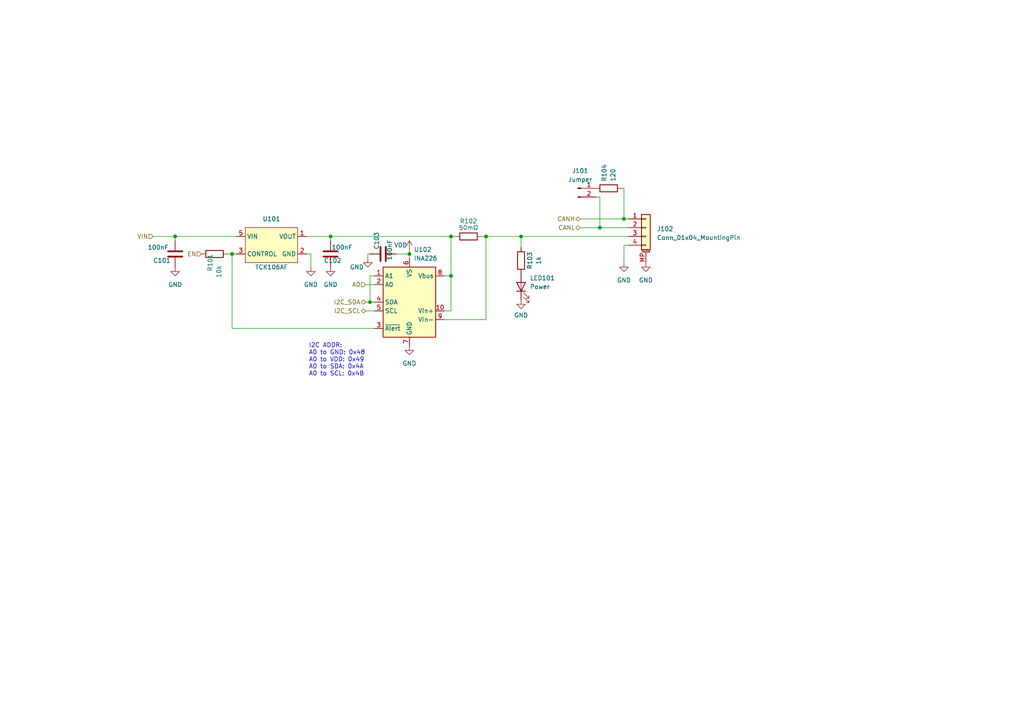
<source format=kicad_sch>
(kicad_sch
	(version 20231120)
	(generator "eeschema")
	(generator_version "8.0")
	(uuid "d339b9d8-51a7-460e-bb19-8d8c25d3e2aa")
	(paper "A4")
	(lib_symbols
		(symbol "Connector:Conn_01x02_Pin"
			(pin_names
				(offset 1.016) hide)
			(exclude_from_sim no)
			(in_bom yes)
			(on_board yes)
			(property "Reference" "J"
				(at 0 2.54 0)
				(effects
					(font
						(size 1.27 1.27)
					)
				)
			)
			(property "Value" "Conn_01x02_Pin"
				(at 0 -5.08 0)
				(effects
					(font
						(size 1.27 1.27)
					)
				)
			)
			(property "Footprint" ""
				(at 0 0 0)
				(effects
					(font
						(size 1.27 1.27)
					)
					(hide yes)
				)
			)
			(property "Datasheet" "~"
				(at 0 0 0)
				(effects
					(font
						(size 1.27 1.27)
					)
					(hide yes)
				)
			)
			(property "Description" "Generic connector, single row, 01x02, script generated"
				(at 0 0 0)
				(effects
					(font
						(size 1.27 1.27)
					)
					(hide yes)
				)
			)
			(property "ki_locked" ""
				(at 0 0 0)
				(effects
					(font
						(size 1.27 1.27)
					)
				)
			)
			(property "ki_keywords" "connector"
				(at 0 0 0)
				(effects
					(font
						(size 1.27 1.27)
					)
					(hide yes)
				)
			)
			(property "ki_fp_filters" "Connector*:*_1x??_*"
				(at 0 0 0)
				(effects
					(font
						(size 1.27 1.27)
					)
					(hide yes)
				)
			)
			(symbol "Conn_01x02_Pin_1_1"
				(polyline
					(pts
						(xy 1.27 -2.54) (xy 0.8636 -2.54)
					)
					(stroke
						(width 0.1524)
						(type default)
					)
					(fill
						(type none)
					)
				)
				(polyline
					(pts
						(xy 1.27 0) (xy 0.8636 0)
					)
					(stroke
						(width 0.1524)
						(type default)
					)
					(fill
						(type none)
					)
				)
				(rectangle
					(start 0.8636 -2.413)
					(end 0 -2.667)
					(stroke
						(width 0.1524)
						(type default)
					)
					(fill
						(type outline)
					)
				)
				(rectangle
					(start 0.8636 0.127)
					(end 0 -0.127)
					(stroke
						(width 0.1524)
						(type default)
					)
					(fill
						(type outline)
					)
				)
				(pin passive line
					(at 5.08 0 180)
					(length 3.81)
					(name "Pin_1"
						(effects
							(font
								(size 1.27 1.27)
							)
						)
					)
					(number "1"
						(effects
							(font
								(size 1.27 1.27)
							)
						)
					)
				)
				(pin passive line
					(at 5.08 -2.54 180)
					(length 3.81)
					(name "Pin_2"
						(effects
							(font
								(size 1.27 1.27)
							)
						)
					)
					(number "2"
						(effects
							(font
								(size 1.27 1.27)
							)
						)
					)
				)
			)
		)
		(symbol "Connector_Generic_MountingPin:Conn_01x04_MountingPin"
			(pin_names
				(offset 1.016) hide)
			(exclude_from_sim no)
			(in_bom yes)
			(on_board yes)
			(property "Reference" "J"
				(at 0 5.08 0)
				(effects
					(font
						(size 1.27 1.27)
					)
				)
			)
			(property "Value" "Conn_01x04_MountingPin"
				(at 1.27 -7.62 0)
				(effects
					(font
						(size 1.27 1.27)
					)
					(justify left)
				)
			)
			(property "Footprint" ""
				(at 0 0 0)
				(effects
					(font
						(size 1.27 1.27)
					)
					(hide yes)
				)
			)
			(property "Datasheet" "~"
				(at 0 0 0)
				(effects
					(font
						(size 1.27 1.27)
					)
					(hide yes)
				)
			)
			(property "Description" "Generic connectable mounting pin connector, single row, 01x04, script generated (kicad-library-utils/schlib/autogen/connector/)"
				(at 0 0 0)
				(effects
					(font
						(size 1.27 1.27)
					)
					(hide yes)
				)
			)
			(property "ki_keywords" "connector"
				(at 0 0 0)
				(effects
					(font
						(size 1.27 1.27)
					)
					(hide yes)
				)
			)
			(property "ki_fp_filters" "Connector*:*_1x??-1MP*"
				(at 0 0 0)
				(effects
					(font
						(size 1.27 1.27)
					)
					(hide yes)
				)
			)
			(symbol "Conn_01x04_MountingPin_1_1"
				(rectangle
					(start -1.27 -4.953)
					(end 0 -5.207)
					(stroke
						(width 0.1524)
						(type default)
					)
					(fill
						(type none)
					)
				)
				(rectangle
					(start -1.27 -2.413)
					(end 0 -2.667)
					(stroke
						(width 0.1524)
						(type default)
					)
					(fill
						(type none)
					)
				)
				(rectangle
					(start -1.27 0.127)
					(end 0 -0.127)
					(stroke
						(width 0.1524)
						(type default)
					)
					(fill
						(type none)
					)
				)
				(rectangle
					(start -1.27 2.667)
					(end 0 2.413)
					(stroke
						(width 0.1524)
						(type default)
					)
					(fill
						(type none)
					)
				)
				(rectangle
					(start -1.27 3.81)
					(end 1.27 -6.35)
					(stroke
						(width 0.254)
						(type default)
					)
					(fill
						(type background)
					)
				)
				(polyline
					(pts
						(xy -1.016 -7.112) (xy 1.016 -7.112)
					)
					(stroke
						(width 0.1524)
						(type default)
					)
					(fill
						(type none)
					)
				)
				(text "Mounting"
					(at 0 -6.731 0)
					(effects
						(font
							(size 0.381 0.381)
						)
					)
				)
				(pin passive line
					(at -5.08 2.54 0)
					(length 3.81)
					(name "Pin_1"
						(effects
							(font
								(size 1.27 1.27)
							)
						)
					)
					(number "1"
						(effects
							(font
								(size 1.27 1.27)
							)
						)
					)
				)
				(pin passive line
					(at -5.08 0 0)
					(length 3.81)
					(name "Pin_2"
						(effects
							(font
								(size 1.27 1.27)
							)
						)
					)
					(number "2"
						(effects
							(font
								(size 1.27 1.27)
							)
						)
					)
				)
				(pin passive line
					(at -5.08 -2.54 0)
					(length 3.81)
					(name "Pin_3"
						(effects
							(font
								(size 1.27 1.27)
							)
						)
					)
					(number "3"
						(effects
							(font
								(size 1.27 1.27)
							)
						)
					)
				)
				(pin passive line
					(at -5.08 -5.08 0)
					(length 3.81)
					(name "Pin_4"
						(effects
							(font
								(size 1.27 1.27)
							)
						)
					)
					(number "4"
						(effects
							(font
								(size 1.27 1.27)
							)
						)
					)
				)
				(pin passive line
					(at 0 -10.16 90)
					(length 3.048)
					(name "MountPin"
						(effects
							(font
								(size 1.27 1.27)
							)
						)
					)
					(number "MP"
						(effects
							(font
								(size 1.27 1.27)
							)
						)
					)
				)
			)
		)
		(symbol "Device:C"
			(pin_numbers hide)
			(pin_names
				(offset 0.254)
			)
			(exclude_from_sim no)
			(in_bom yes)
			(on_board yes)
			(property "Reference" "C"
				(at 0.635 2.54 0)
				(effects
					(font
						(size 1.27 1.27)
					)
					(justify left)
				)
			)
			(property "Value" "C"
				(at 0.635 -2.54 0)
				(effects
					(font
						(size 1.27 1.27)
					)
					(justify left)
				)
			)
			(property "Footprint" ""
				(at 0.9652 -3.81 0)
				(effects
					(font
						(size 1.27 1.27)
					)
					(hide yes)
				)
			)
			(property "Datasheet" "~"
				(at 0 0 0)
				(effects
					(font
						(size 1.27 1.27)
					)
					(hide yes)
				)
			)
			(property "Description" "Unpolarized capacitor"
				(at 0 0 0)
				(effects
					(font
						(size 1.27 1.27)
					)
					(hide yes)
				)
			)
			(property "ki_keywords" "cap capacitor"
				(at 0 0 0)
				(effects
					(font
						(size 1.27 1.27)
					)
					(hide yes)
				)
			)
			(property "ki_fp_filters" "C_*"
				(at 0 0 0)
				(effects
					(font
						(size 1.27 1.27)
					)
					(hide yes)
				)
			)
			(symbol "C_0_1"
				(polyline
					(pts
						(xy -2.032 -0.762) (xy 2.032 -0.762)
					)
					(stroke
						(width 0.508)
						(type default)
					)
					(fill
						(type none)
					)
				)
				(polyline
					(pts
						(xy -2.032 0.762) (xy 2.032 0.762)
					)
					(stroke
						(width 0.508)
						(type default)
					)
					(fill
						(type none)
					)
				)
			)
			(symbol "C_1_1"
				(pin passive line
					(at 0 3.81 270)
					(length 2.794)
					(name "~"
						(effects
							(font
								(size 1.27 1.27)
							)
						)
					)
					(number "1"
						(effects
							(font
								(size 1.27 1.27)
							)
						)
					)
				)
				(pin passive line
					(at 0 -3.81 90)
					(length 2.794)
					(name "~"
						(effects
							(font
								(size 1.27 1.27)
							)
						)
					)
					(number "2"
						(effects
							(font
								(size 1.27 1.27)
							)
						)
					)
				)
			)
		)
		(symbol "Device:LED"
			(pin_numbers hide)
			(pin_names
				(offset 1.016) hide)
			(exclude_from_sim no)
			(in_bom yes)
			(on_board yes)
			(property "Reference" "D"
				(at 0 2.54 0)
				(effects
					(font
						(size 1.27 1.27)
					)
				)
			)
			(property "Value" "LED"
				(at 0 -2.54 0)
				(effects
					(font
						(size 1.27 1.27)
					)
				)
			)
			(property "Footprint" ""
				(at 0 0 0)
				(effects
					(font
						(size 1.27 1.27)
					)
					(hide yes)
				)
			)
			(property "Datasheet" "~"
				(at 0 0 0)
				(effects
					(font
						(size 1.27 1.27)
					)
					(hide yes)
				)
			)
			(property "Description" "Light emitting diode"
				(at 0 0 0)
				(effects
					(font
						(size 1.27 1.27)
					)
					(hide yes)
				)
			)
			(property "ki_keywords" "LED diode"
				(at 0 0 0)
				(effects
					(font
						(size 1.27 1.27)
					)
					(hide yes)
				)
			)
			(property "ki_fp_filters" "LED* LED_SMD:* LED_THT:*"
				(at 0 0 0)
				(effects
					(font
						(size 1.27 1.27)
					)
					(hide yes)
				)
			)
			(symbol "LED_0_1"
				(polyline
					(pts
						(xy -1.27 -1.27) (xy -1.27 1.27)
					)
					(stroke
						(width 0.254)
						(type default)
					)
					(fill
						(type none)
					)
				)
				(polyline
					(pts
						(xy -1.27 0) (xy 1.27 0)
					)
					(stroke
						(width 0)
						(type default)
					)
					(fill
						(type none)
					)
				)
				(polyline
					(pts
						(xy 1.27 -1.27) (xy 1.27 1.27) (xy -1.27 0) (xy 1.27 -1.27)
					)
					(stroke
						(width 0.254)
						(type default)
					)
					(fill
						(type none)
					)
				)
				(polyline
					(pts
						(xy -3.048 -0.762) (xy -4.572 -2.286) (xy -3.81 -2.286) (xy -4.572 -2.286) (xy -4.572 -1.524)
					)
					(stroke
						(width 0)
						(type default)
					)
					(fill
						(type none)
					)
				)
				(polyline
					(pts
						(xy -1.778 -0.762) (xy -3.302 -2.286) (xy -2.54 -2.286) (xy -3.302 -2.286) (xy -3.302 -1.524)
					)
					(stroke
						(width 0)
						(type default)
					)
					(fill
						(type none)
					)
				)
			)
			(symbol "LED_1_1"
				(pin passive line
					(at -3.81 0 0)
					(length 2.54)
					(name "K"
						(effects
							(font
								(size 1.27 1.27)
							)
						)
					)
					(number "1"
						(effects
							(font
								(size 1.27 1.27)
							)
						)
					)
				)
				(pin passive line
					(at 3.81 0 180)
					(length 2.54)
					(name "A"
						(effects
							(font
								(size 1.27 1.27)
							)
						)
					)
					(number "2"
						(effects
							(font
								(size 1.27 1.27)
							)
						)
					)
				)
			)
		)
		(symbol "Device:R"
			(pin_numbers hide)
			(pin_names
				(offset 0)
			)
			(exclude_from_sim no)
			(in_bom yes)
			(on_board yes)
			(property "Reference" "R"
				(at 2.032 0 90)
				(effects
					(font
						(size 1.27 1.27)
					)
				)
			)
			(property "Value" "R"
				(at 0 0 90)
				(effects
					(font
						(size 1.27 1.27)
					)
				)
			)
			(property "Footprint" ""
				(at -1.778 0 90)
				(effects
					(font
						(size 1.27 1.27)
					)
					(hide yes)
				)
			)
			(property "Datasheet" "~"
				(at 0 0 0)
				(effects
					(font
						(size 1.27 1.27)
					)
					(hide yes)
				)
			)
			(property "Description" "Resistor"
				(at 0 0 0)
				(effects
					(font
						(size 1.27 1.27)
					)
					(hide yes)
				)
			)
			(property "ki_keywords" "R res resistor"
				(at 0 0 0)
				(effects
					(font
						(size 1.27 1.27)
					)
					(hide yes)
				)
			)
			(property "ki_fp_filters" "R_*"
				(at 0 0 0)
				(effects
					(font
						(size 1.27 1.27)
					)
					(hide yes)
				)
			)
			(symbol "R_0_1"
				(rectangle
					(start -1.016 -2.54)
					(end 1.016 2.54)
					(stroke
						(width 0.254)
						(type default)
					)
					(fill
						(type none)
					)
				)
			)
			(symbol "R_1_1"
				(pin passive line
					(at 0 3.81 270)
					(length 1.27)
					(name "~"
						(effects
							(font
								(size 1.27 1.27)
							)
						)
					)
					(number "1"
						(effects
							(font
								(size 1.27 1.27)
							)
						)
					)
				)
				(pin passive line
					(at 0 -3.81 90)
					(length 1.27)
					(name "~"
						(effects
							(font
								(size 1.27 1.27)
							)
						)
					)
					(number "2"
						(effects
							(font
								(size 1.27 1.27)
							)
						)
					)
				)
			)
		)
		(symbol "Sensor_Energy:INA226"
			(exclude_from_sim no)
			(in_bom yes)
			(on_board yes)
			(property "Reference" "U"
				(at -6.35 11.43 0)
				(effects
					(font
						(size 1.27 1.27)
					)
				)
			)
			(property "Value" "INA226"
				(at 3.81 11.43 0)
				(effects
					(font
						(size 1.27 1.27)
					)
				)
			)
			(property "Footprint" "Package_SO:VSSOP-10_3x3mm_P0.5mm"
				(at 20.32 -11.43 0)
				(effects
					(font
						(size 1.27 1.27)
					)
					(hide yes)
				)
			)
			(property "Datasheet" "http://www.ti.com/lit/ds/symlink/ina226.pdf"
				(at 8.89 -2.54 0)
				(effects
					(font
						(size 1.27 1.27)
					)
					(hide yes)
				)
			)
			(property "Description" "High-Side or Low-Side Measurement, Bi-Directional Current and Power Monitor (0-36V) with I2C Compatible Interface, VSSOP-10"
				(at 0 0 0)
				(effects
					(font
						(size 1.27 1.27)
					)
					(hide yes)
				)
			)
			(property "ki_keywords" "ADC I2C 16-Bit Oversampling Current Shunt"
				(at 0 0 0)
				(effects
					(font
						(size 1.27 1.27)
					)
					(hide yes)
				)
			)
			(property "ki_fp_filters" "VSSOP*3x3mm*P0.5mm*"
				(at 0 0 0)
				(effects
					(font
						(size 1.27 1.27)
					)
					(hide yes)
				)
			)
			(symbol "INA226_0_1"
				(rectangle
					(start 7.62 10.16)
					(end -7.62 -10.16)
					(stroke
						(width 0.254)
						(type default)
					)
					(fill
						(type background)
					)
				)
			)
			(symbol "INA226_1_1"
				(pin input line
					(at 10.16 7.62 180)
					(length 2.54)
					(name "A1"
						(effects
							(font
								(size 1.27 1.27)
							)
						)
					)
					(number "1"
						(effects
							(font
								(size 1.27 1.27)
							)
						)
					)
				)
				(pin input line
					(at -10.16 -2.54 0)
					(length 2.54)
					(name "Vin+"
						(effects
							(font
								(size 1.27 1.27)
							)
						)
					)
					(number "10"
						(effects
							(font
								(size 1.27 1.27)
							)
						)
					)
				)
				(pin input line
					(at 10.16 5.08 180)
					(length 2.54)
					(name "A0"
						(effects
							(font
								(size 1.27 1.27)
							)
						)
					)
					(number "2"
						(effects
							(font
								(size 1.27 1.27)
							)
						)
					)
				)
				(pin open_collector line
					(at 10.16 -7.62 180)
					(length 2.54)
					(name "~{Alert}"
						(effects
							(font
								(size 1.27 1.27)
							)
						)
					)
					(number "3"
						(effects
							(font
								(size 1.27 1.27)
							)
						)
					)
				)
				(pin bidirectional line
					(at 10.16 0 180)
					(length 2.54)
					(name "SDA"
						(effects
							(font
								(size 1.27 1.27)
							)
						)
					)
					(number "4"
						(effects
							(font
								(size 1.27 1.27)
							)
						)
					)
				)
				(pin input line
					(at 10.16 -2.54 180)
					(length 2.54)
					(name "SCL"
						(effects
							(font
								(size 1.27 1.27)
							)
						)
					)
					(number "5"
						(effects
							(font
								(size 1.27 1.27)
							)
						)
					)
				)
				(pin power_in line
					(at 0 12.7 270)
					(length 2.54)
					(name "VS"
						(effects
							(font
								(size 1.27 1.27)
							)
						)
					)
					(number "6"
						(effects
							(font
								(size 1.27 1.27)
							)
						)
					)
				)
				(pin power_in line
					(at 0 -12.7 90)
					(length 2.54)
					(name "GND"
						(effects
							(font
								(size 1.27 1.27)
							)
						)
					)
					(number "7"
						(effects
							(font
								(size 1.27 1.27)
							)
						)
					)
				)
				(pin input line
					(at -10.16 7.62 0)
					(length 2.54)
					(name "Vbus"
						(effects
							(font
								(size 1.27 1.27)
							)
						)
					)
					(number "8"
						(effects
							(font
								(size 1.27 1.27)
							)
						)
					)
				)
				(pin input line
					(at -10.16 -5.08 0)
					(length 2.54)
					(name "Vin-"
						(effects
							(font
								(size 1.27 1.27)
							)
						)
					)
					(number "9"
						(effects
							(font
								(size 1.27 1.27)
							)
						)
					)
				)
			)
		)
		(symbol "WOBCLibrary:TCK106AF"
			(exclude_from_sim no)
			(in_bom yes)
			(on_board yes)
			(property "Reference" "U"
				(at 0 6.35 0)
				(effects
					(font
						(size 1.27 1.27)
					)
				)
			)
			(property "Value" ""
				(at 1.27 0 0)
				(effects
					(font
						(size 1.27 1.27)
					)
				)
			)
			(property "Footprint" "Package_TO_SOT_SMD:SOT-23-5"
				(at 1.27 0 0)
				(effects
					(font
						(size 1.27 1.27)
					)
					(hide yes)
				)
			)
			(property "Datasheet" ""
				(at 1.27 0 0)
				(effects
					(font
						(size 1.27 1.27)
					)
					(hide yes)
				)
			)
			(property "Description" ""
				(at 0 0 0)
				(effects
					(font
						(size 1.27 1.27)
					)
					(hide yes)
				)
			)
			(symbol "TCK106AF_1_1"
				(rectangle
					(start -7.62 5.08)
					(end 7.62 -5.08)
					(stroke
						(width 0)
						(type default)
					)
					(fill
						(type background)
					)
				)
				(pin power_out line
					(at 10.16 2.54 180)
					(length 2.54)
					(name "VOUT"
						(effects
							(font
								(size 1.27 1.27)
							)
						)
					)
					(number "1"
						(effects
							(font
								(size 1.27 1.27)
							)
						)
					)
				)
				(pin power_in line
					(at 10.16 -2.54 180)
					(length 2.54)
					(name "GND"
						(effects
							(font
								(size 1.27 1.27)
							)
						)
					)
					(number "2"
						(effects
							(font
								(size 1.27 1.27)
							)
						)
					)
				)
				(pin input line
					(at -10.16 -2.54 0)
					(length 2.54)
					(name "CONTROL"
						(effects
							(font
								(size 1.27 1.27)
							)
						)
					)
					(number "3"
						(effects
							(font
								(size 1.27 1.27)
							)
						)
					)
				)
				(pin power_in line
					(at 0 -5.08 180)
					(length 2.54) hide
					(name "NC"
						(effects
							(font
								(size 1.27 1.27)
							)
						)
					)
					(number "4"
						(effects
							(font
								(size 1.27 1.27)
							)
						)
					)
				)
				(pin power_in line
					(at -10.16 2.54 0)
					(length 2.54)
					(name "VIN"
						(effects
							(font
								(size 1.27 1.27)
							)
						)
					)
					(number "5"
						(effects
							(font
								(size 1.27 1.27)
							)
						)
					)
				)
			)
		)
		(symbol "power:GND"
			(power)
			(pin_names
				(offset 0)
			)
			(exclude_from_sim no)
			(in_bom yes)
			(on_board yes)
			(property "Reference" "#PWR"
				(at 0 -6.35 0)
				(effects
					(font
						(size 1.27 1.27)
					)
					(hide yes)
				)
			)
			(property "Value" "GND"
				(at 0 -3.81 0)
				(effects
					(font
						(size 1.27 1.27)
					)
				)
			)
			(property "Footprint" ""
				(at 0 0 0)
				(effects
					(font
						(size 1.27 1.27)
					)
					(hide yes)
				)
			)
			(property "Datasheet" ""
				(at 0 0 0)
				(effects
					(font
						(size 1.27 1.27)
					)
					(hide yes)
				)
			)
			(property "Description" "Power symbol creates a global label with name \"GND\" , ground"
				(at 0 0 0)
				(effects
					(font
						(size 1.27 1.27)
					)
					(hide yes)
				)
			)
			(property "ki_keywords" "global power"
				(at 0 0 0)
				(effects
					(font
						(size 1.27 1.27)
					)
					(hide yes)
				)
			)
			(symbol "GND_0_1"
				(polyline
					(pts
						(xy 0 0) (xy 0 -1.27) (xy 1.27 -1.27) (xy 0 -2.54) (xy -1.27 -1.27) (xy 0 -1.27)
					)
					(stroke
						(width 0)
						(type default)
					)
					(fill
						(type none)
					)
				)
			)
			(symbol "GND_1_1"
				(pin power_in line
					(at 0 0 270)
					(length 0) hide
					(name "GND"
						(effects
							(font
								(size 1.27 1.27)
							)
						)
					)
					(number "1"
						(effects
							(font
								(size 1.27 1.27)
							)
						)
					)
				)
			)
		)
		(symbol "power:VDD"
			(power)
			(pin_names
				(offset 0)
			)
			(exclude_from_sim no)
			(in_bom yes)
			(on_board yes)
			(property "Reference" "#PWR"
				(at 0 -3.81 0)
				(effects
					(font
						(size 1.27 1.27)
					)
					(hide yes)
				)
			)
			(property "Value" "VDD"
				(at 0 3.81 0)
				(effects
					(font
						(size 1.27 1.27)
					)
				)
			)
			(property "Footprint" ""
				(at 0 0 0)
				(effects
					(font
						(size 1.27 1.27)
					)
					(hide yes)
				)
			)
			(property "Datasheet" ""
				(at 0 0 0)
				(effects
					(font
						(size 1.27 1.27)
					)
					(hide yes)
				)
			)
			(property "Description" "Power symbol creates a global label with name \"VDD\""
				(at 0 0 0)
				(effects
					(font
						(size 1.27 1.27)
					)
					(hide yes)
				)
			)
			(property "ki_keywords" "global power"
				(at 0 0 0)
				(effects
					(font
						(size 1.27 1.27)
					)
					(hide yes)
				)
			)
			(symbol "VDD_0_1"
				(polyline
					(pts
						(xy -0.762 1.27) (xy 0 2.54)
					)
					(stroke
						(width 0)
						(type default)
					)
					(fill
						(type none)
					)
				)
				(polyline
					(pts
						(xy 0 0) (xy 0 2.54)
					)
					(stroke
						(width 0)
						(type default)
					)
					(fill
						(type none)
					)
				)
				(polyline
					(pts
						(xy 0 2.54) (xy 0.762 1.27)
					)
					(stroke
						(width 0)
						(type default)
					)
					(fill
						(type none)
					)
				)
			)
			(symbol "VDD_1_1"
				(pin power_in line
					(at 0 0 90)
					(length 0) hide
					(name "VDD"
						(effects
							(font
								(size 1.27 1.27)
							)
						)
					)
					(number "1"
						(effects
							(font
								(size 1.27 1.27)
							)
						)
					)
				)
			)
		)
	)
	(junction
		(at 107.315 87.63)
		(diameter 0)
		(color 0 0 0 0)
		(uuid "1873f700-579d-49af-ad20-5167b28ddfda")
	)
	(junction
		(at 130.81 68.58)
		(diameter 0)
		(color 0 0 0 0)
		(uuid "2bbd9cbf-4ce6-4d7c-9ae5-b847f173838f")
	)
	(junction
		(at 67.31 73.66)
		(diameter 0)
		(color 0 0 0 0)
		(uuid "3a6801c5-9121-4186-8218-d190129801cb")
	)
	(junction
		(at 151.13 68.58)
		(diameter 0)
		(color 0 0 0 0)
		(uuid "3ab7a47b-ee1e-4de6-bab3-bd178024a4a4")
	)
	(junction
		(at 50.8 68.58)
		(diameter 0)
		(color 0 0 0 0)
		(uuid "4b6f744b-30f5-443a-8b39-9d51d8db693b")
	)
	(junction
		(at 130.81 80.01)
		(diameter 0)
		(color 0 0 0 0)
		(uuid "506817bd-3b39-408c-b42d-6c50fee13901")
	)
	(junction
		(at 118.745 73.66)
		(diameter 0)
		(color 0 0 0 0)
		(uuid "5c906a4f-6f8b-46a7-8bba-fb7f82694673")
	)
	(junction
		(at 140.97 68.58)
		(diameter 0)
		(color 0 0 0 0)
		(uuid "77dde57e-ef72-4e11-a637-5f42ef4b71b1")
	)
	(junction
		(at 95.885 68.58)
		(diameter 0)
		(color 0 0 0 0)
		(uuid "79d9d778-0ef2-4b4f-a487-9dbaf4c504c4")
	)
	(junction
		(at 180.975 63.5)
		(diameter 0)
		(color 0 0 0 0)
		(uuid "b0789c39-2ae0-4c68-a0ed-3d10ccbeff9c")
	)
	(junction
		(at 173.99 66.04)
		(diameter 0)
		(color 0 0 0 0)
		(uuid "cf9ef668-1731-4281-b9cc-c8e300b5664e")
	)
	(wire
		(pts
			(xy 128.905 90.17) (xy 130.81 90.17)
		)
		(stroke
			(width 0)
			(type default)
		)
		(uuid "0030dd76-e4cd-4201-9e85-7e17791306de")
	)
	(wire
		(pts
			(xy 180.975 71.12) (xy 180.975 76.2)
		)
		(stroke
			(width 0)
			(type default)
		)
		(uuid "00c952ea-469c-49bc-b5d1-630d9c998815")
	)
	(wire
		(pts
			(xy 180.34 54.61) (xy 180.975 54.61)
		)
		(stroke
			(width 0)
			(type default)
		)
		(uuid "04d8a2b0-4fac-4f35-b2c5-8c29259ad2ce")
	)
	(wire
		(pts
			(xy 140.97 68.58) (xy 151.13 68.58)
		)
		(stroke
			(width 0)
			(type default)
		)
		(uuid "0dc036a2-ea79-4bf1-9f50-327a4bade299")
	)
	(wire
		(pts
			(xy 106.045 90.17) (xy 108.585 90.17)
		)
		(stroke
			(width 0)
			(type default)
		)
		(uuid "12e1a23d-8937-490d-b5da-5a2964662018")
	)
	(wire
		(pts
			(xy 128.905 92.71) (xy 140.97 92.71)
		)
		(stroke
			(width 0)
			(type default)
		)
		(uuid "243dfab5-26dc-446f-ba40-a4d50acc23a8")
	)
	(wire
		(pts
			(xy 114.935 73.66) (xy 118.745 73.66)
		)
		(stroke
			(width 0)
			(type default)
		)
		(uuid "24937cb2-87e2-4649-9f80-3f66f1c6310b")
	)
	(wire
		(pts
			(xy 173.99 57.15) (xy 173.99 66.04)
		)
		(stroke
			(width 0)
			(type default)
		)
		(uuid "2ae7f5df-33e7-4852-a18e-9bd4aeadbcaf")
	)
	(wire
		(pts
			(xy 106.045 82.55) (xy 108.585 82.55)
		)
		(stroke
			(width 0)
			(type default)
		)
		(uuid "2ec5641f-845f-44de-b60c-ba180b38008b")
	)
	(wire
		(pts
			(xy 151.13 68.58) (xy 182.245 68.58)
		)
		(stroke
			(width 0)
			(type default)
		)
		(uuid "3711cf39-0b6c-41e5-bbe4-895bfff51ed6")
	)
	(wire
		(pts
			(xy 107.315 80.01) (xy 107.315 87.63)
		)
		(stroke
			(width 0)
			(type default)
		)
		(uuid "40c072ff-bde2-45d7-a090-b781af641db3")
	)
	(wire
		(pts
			(xy 108.585 80.01) (xy 107.315 80.01)
		)
		(stroke
			(width 0)
			(type default)
		)
		(uuid "4a12d5a6-0149-4a2b-9cfc-046a80e2e0ba")
	)
	(wire
		(pts
			(xy 140.97 68.58) (xy 140.97 92.71)
		)
		(stroke
			(width 0)
			(type default)
		)
		(uuid "4a4f922f-0eaa-4608-9b97-301f163623eb")
	)
	(wire
		(pts
			(xy 130.81 68.58) (xy 132.08 68.58)
		)
		(stroke
			(width 0)
			(type default)
		)
		(uuid "4c609e88-60b1-476c-9b79-37d90a8cff1d")
	)
	(wire
		(pts
			(xy 180.975 63.5) (xy 182.245 63.5)
		)
		(stroke
			(width 0)
			(type default)
		)
		(uuid "4eadc921-dbe0-4c66-98d4-f395408e534f")
	)
	(wire
		(pts
			(xy 44.45 68.58) (xy 50.8 68.58)
		)
		(stroke
			(width 0)
			(type default)
		)
		(uuid "5074e70d-cefa-4735-a646-569a27cb1abb")
	)
	(wire
		(pts
			(xy 67.31 73.66) (xy 68.58 73.66)
		)
		(stroke
			(width 0)
			(type default)
		)
		(uuid "546c4782-d075-4437-95f2-a537f96b581b")
	)
	(wire
		(pts
			(xy 151.13 68.58) (xy 151.13 71.755)
		)
		(stroke
			(width 0)
			(type default)
		)
		(uuid "56d9f6b5-075e-4489-81c2-4d9101168880")
	)
	(wire
		(pts
			(xy 173.99 66.04) (xy 182.245 66.04)
		)
		(stroke
			(width 0)
			(type default)
		)
		(uuid "601a51f2-fef3-4dc5-a5ed-2adfdc50380e")
	)
	(wire
		(pts
			(xy 106.045 87.63) (xy 107.315 87.63)
		)
		(stroke
			(width 0)
			(type default)
		)
		(uuid "62513fc4-cd86-4532-b42c-e177242d0967")
	)
	(wire
		(pts
			(xy 108.585 95.25) (xy 67.31 95.25)
		)
		(stroke
			(width 0)
			(type default)
		)
		(uuid "64806222-cde3-4c0b-9e0c-85eec4c95d61")
	)
	(wire
		(pts
			(xy 50.8 68.58) (xy 50.8 69.85)
		)
		(stroke
			(width 0)
			(type default)
		)
		(uuid "67327753-462d-4276-a62b-08243db7bc97")
	)
	(wire
		(pts
			(xy 95.885 68.58) (xy 130.81 68.58)
		)
		(stroke
			(width 0)
			(type default)
		)
		(uuid "6ae257bb-6cab-476c-a39d-6a3f63462d1c")
	)
	(wire
		(pts
			(xy 168.275 63.5) (xy 180.975 63.5)
		)
		(stroke
			(width 0)
			(type default)
		)
		(uuid "6b9266f5-ab9c-409e-b0a8-6ccccf415811")
	)
	(wire
		(pts
			(xy 106.68 73.66) (xy 107.315 73.66)
		)
		(stroke
			(width 0)
			(type default)
		)
		(uuid "6d628110-1cbe-4b64-a0ee-91ceaeb77721")
	)
	(wire
		(pts
			(xy 130.81 80.01) (xy 130.81 90.17)
		)
		(stroke
			(width 0)
			(type default)
		)
		(uuid "6fd0f1fc-c877-437d-9967-4c3c30f4b58c")
	)
	(wire
		(pts
			(xy 107.315 87.63) (xy 108.585 87.63)
		)
		(stroke
			(width 0)
			(type default)
		)
		(uuid "728df01c-609e-4e92-9090-f97d00b444a8")
	)
	(wire
		(pts
			(xy 50.8 68.58) (xy 68.58 68.58)
		)
		(stroke
			(width 0)
			(type default)
		)
		(uuid "7ac73f84-7947-4abf-8365-92cc805b3d57")
	)
	(wire
		(pts
			(xy 95.885 68.58) (xy 95.885 69.85)
		)
		(stroke
			(width 0)
			(type default)
		)
		(uuid "7da52d2a-00a8-42cd-bba6-f02e0a0d6702")
	)
	(wire
		(pts
			(xy 66.04 73.66) (xy 67.31 73.66)
		)
		(stroke
			(width 0)
			(type default)
		)
		(uuid "857096e5-d679-4c4b-9666-38b7f72f0971")
	)
	(wire
		(pts
			(xy 182.245 71.12) (xy 180.975 71.12)
		)
		(stroke
			(width 0)
			(type default)
		)
		(uuid "a00b61e4-0214-499a-9fe7-eb5ce6578ff5")
	)
	(wire
		(pts
			(xy 180.975 54.61) (xy 180.975 63.5)
		)
		(stroke
			(width 0)
			(type default)
		)
		(uuid "a3733565-fec9-4047-87f1-2cdc8fcc9525")
	)
	(wire
		(pts
			(xy 106.68 73.66) (xy 106.68 74.93)
		)
		(stroke
			(width 0)
			(type default)
		)
		(uuid "a715c9e6-7327-41b8-bc58-148e561c745d")
	)
	(wire
		(pts
			(xy 88.9 68.58) (xy 95.885 68.58)
		)
		(stroke
			(width 0)
			(type default)
		)
		(uuid "ac2d2796-129a-41db-881c-56946a65112e")
	)
	(wire
		(pts
			(xy 67.31 95.25) (xy 67.31 73.66)
		)
		(stroke
			(width 0)
			(type default)
		)
		(uuid "adf84670-844e-49e1-8f5e-3094647f15f4")
	)
	(wire
		(pts
			(xy 90.17 77.47) (xy 90.17 73.66)
		)
		(stroke
			(width 0)
			(type default)
		)
		(uuid "aeca6bf0-c3ee-4e04-876d-178e7f67f109")
	)
	(wire
		(pts
			(xy 130.81 68.58) (xy 130.81 80.01)
		)
		(stroke
			(width 0)
			(type default)
		)
		(uuid "bd2fd7c6-92a8-4cb3-ae86-5381a192a01a")
	)
	(wire
		(pts
			(xy 128.905 80.01) (xy 130.81 80.01)
		)
		(stroke
			(width 0)
			(type default)
		)
		(uuid "bf2d40ed-2d3c-4932-a7f9-e24d44e4ab3c")
	)
	(wire
		(pts
			(xy 139.7 68.58) (xy 140.97 68.58)
		)
		(stroke
			(width 0)
			(type default)
		)
		(uuid "c1dc32ba-7d4c-448a-8efb-328392e64ede")
	)
	(wire
		(pts
			(xy 118.745 72.39) (xy 118.745 73.66)
		)
		(stroke
			(width 0)
			(type default)
		)
		(uuid "c330658c-1d2c-4c9d-8a35-a8a2fef0e53c")
	)
	(wire
		(pts
			(xy 168.275 66.04) (xy 173.99 66.04)
		)
		(stroke
			(width 0)
			(type default)
		)
		(uuid "c3ef7b7b-88c6-406f-89a1-e9a9281729d8")
	)
	(wire
		(pts
			(xy 172.72 57.15) (xy 173.99 57.15)
		)
		(stroke
			(width 0)
			(type default)
		)
		(uuid "ce6bc03e-a549-4aec-abf8-ea19d35e0fa3")
	)
	(wire
		(pts
			(xy 90.17 73.66) (xy 88.9 73.66)
		)
		(stroke
			(width 0)
			(type default)
		)
		(uuid "dca50d42-b9c9-4275-b814-d9499cfea914")
	)
	(wire
		(pts
			(xy 118.745 73.66) (xy 118.745 74.93)
		)
		(stroke
			(width 0)
			(type default)
		)
		(uuid "e3e3035b-aebb-4e91-97f1-5c52e47405e0")
	)
	(text "I2C ADDR: \nA0 to GND: 0x48\nA0 to VDD: 0x49\nA0 to SDA: 0x4A\nA0 to SCL: 0x4B"
		(exclude_from_sim no)
		(at 89.535 109.22 0)
		(effects
			(font
				(size 1.27 1.27)
			)
			(justify left bottom)
		)
		(uuid "1daa64f4-49f0-4dde-9c30-0fac420b5da3")
	)
	(hierarchical_label "CANL"
		(shape bidirectional)
		(at 168.275 66.04 180)
		(fields_autoplaced yes)
		(effects
			(font
				(size 1.27 1.27)
			)
			(justify right)
		)
		(uuid "0021f477-0814-498b-8fae-b960de041ba2")
	)
	(hierarchical_label "EN"
		(shape input)
		(at 58.42 73.66 180)
		(fields_autoplaced yes)
		(effects
			(font
				(size 1.27 1.27)
			)
			(justify right)
		)
		(uuid "1ef64115-931f-4fd8-b67e-bcc3555ccf39")
	)
	(hierarchical_label "A0"
		(shape input)
		(at 106.045 82.55 180)
		(fields_autoplaced yes)
		(effects
			(font
				(size 1.27 1.27)
			)
			(justify right)
		)
		(uuid "34060496-4351-4cf6-bfde-8a7d41f67e64")
	)
	(hierarchical_label "I2C_SCL"
		(shape bidirectional)
		(at 106.045 90.17 180)
		(fields_autoplaced yes)
		(effects
			(font
				(size 1.27 1.27)
			)
			(justify right)
		)
		(uuid "52aa4820-3464-4a91-bbb3-a94b7f711648")
	)
	(hierarchical_label "VIN"
		(shape input)
		(at 44.45 68.58 180)
		(fields_autoplaced yes)
		(effects
			(font
				(size 1.27 1.27)
			)
			(justify right)
		)
		(uuid "ddefe91d-8b18-4dd3-9d93-8bf8ad791d31")
	)
	(hierarchical_label "CANH"
		(shape bidirectional)
		(at 168.275 63.5 180)
		(fields_autoplaced yes)
		(effects
			(font
				(size 1.27 1.27)
			)
			(justify right)
		)
		(uuid "e94ee6e8-3bf1-4cf8-a85d-654c1226171f")
	)
	(hierarchical_label "I2C_SDA"
		(shape bidirectional)
		(at 106.045 87.63 180)
		(fields_autoplaced yes)
		(effects
			(font
				(size 1.27 1.27)
			)
			(justify right)
		)
		(uuid "fa402e99-3f60-4998-9204-371d0ca05d50")
	)
	(symbol
		(lib_id "Device:LED")
		(at 151.13 83.185 90)
		(unit 1)
		(exclude_from_sim no)
		(in_bom yes)
		(on_board yes)
		(dnp no)
		(uuid "0054c927-5491-414b-95f5-72392d9bb1b0")
		(property "Reference" "LED6"
			(at 153.67 80.645 90)
			(effects
				(font
					(size 1.27 1.27)
				)
				(justify right)
			)
		)
		(property "Value" "Power"
			(at 153.67 83.185 90)
			(effects
				(font
					(size 1.27 1.27)
				)
				(justify right)
			)
		)
		(property "Footprint" "LED_SMD:LED_0603_1608Metric"
			(at 151.13 83.185 0)
			(effects
				(font
					(size 1.27 1.27)
				)
				(hide yes)
			)
		)
		(property "Datasheet" "~"
			(at 151.13 83.185 0)
			(effects
				(font
					(size 1.27 1.27)
				)
				(hide yes)
			)
		)
		(property "Description" ""
			(at 151.13 83.185 0)
			(effects
				(font
					(size 1.27 1.27)
				)
				(hide yes)
			)
		)
		(property "LCSC" "C2297"
			(at 151.13 83.185 0)
			(effects
				(font
					(size 1.27 1.27)
				)
				(hide yes)
			)
		)
		(pin "1"
			(uuid "0e7d0f30-0547-4dc8-9add-180bf43c1cc0")
		)
		(pin "2"
			(uuid "e46da2ba-aa07-4eaf-ad60-a275388056a9")
		)
		(instances
			(project "GS"
				(path "/920f9ee9-d8de-4f24-ad72-1c45434a67fe/deff5b4c-9f0c-4d0a-bd9e-e7e67942e2ab"
					(reference "LED6")
					(unit 1)
				)
			)
			(project "ModuleIF"
				(path "/d339b9d8-51a7-460e-bb19-8d8c25d3e2aa"
					(reference "LED101")
					(unit 1)
				)
			)
			(project "LiPoPowerSimple"
				(path "/ed97c6c4-a1a7-4dde-a640-89eca815dd0d"
					(reference "LED2")
					(unit 1)
				)
			)
			(project "GS"
				(path "/ff212e36-4661-4d26-bbf0-8b853ed93191/d616f3ad-671c-4d25-add5-acec29533a5e"
					(reference "LED6")
					(unit 1)
				)
			)
		)
	)
	(symbol
		(lib_id "Connector_Generic_MountingPin:Conn_01x04_MountingPin")
		(at 187.325 66.04 0)
		(unit 1)
		(exclude_from_sim no)
		(in_bom yes)
		(on_board yes)
		(dnp no)
		(fields_autoplaced yes)
		(uuid "021cb314-136b-4da4-8e1f-6729fd302d6d")
		(property "Reference" "J6"
			(at 190.5 66.3956 0)
			(effects
				(font
					(size 1.27 1.27)
				)
				(justify left)
			)
		)
		(property "Value" "Conn_01x04_MountingPin"
			(at 190.5 68.9356 0)
			(effects
				(font
					(size 1.27 1.27)
				)
				(justify left)
			)
		)
		(property "Footprint" "WOBCLibrary:Grove_4P_L_SMD"
			(at 187.325 66.04 0)
			(effects
				(font
					(size 1.27 1.27)
				)
				(hide yes)
			)
		)
		(property "Datasheet" "~"
			(at 187.325 66.04 0)
			(effects
				(font
					(size 1.27 1.27)
				)
				(hide yes)
			)
		)
		(property "Description" ""
			(at 187.325 66.04 0)
			(effects
				(font
					(size 1.27 1.27)
				)
				(hide yes)
			)
		)
		(property "LCSC" ""
			(at 187.325 66.04 0)
			(effects
				(font
					(size 1.27 1.27)
				)
				(hide yes)
			)
		)
		(pin "1"
			(uuid "22e17aa6-f80e-4d1f-aab8-30f5ec00fce1")
		)
		(pin "2"
			(uuid "e8b6c76c-2791-4d3d-8d27-2f6afe0d2f31")
		)
		(pin "3"
			(uuid "e063a15e-857f-49a0-b713-9cc7f5cdf76a")
		)
		(pin "4"
			(uuid "53316869-9360-4a0a-b27d-6a136e6d69a3")
		)
		(pin "MP"
			(uuid "8e2ed7e7-69ff-44b3-ad46-7e219f61ff36")
		)
		(instances
			(project "GS"
				(path "/920f9ee9-d8de-4f24-ad72-1c45434a67fe/deff5b4c-9f0c-4d0a-bd9e-e7e67942e2ab"
					(reference "J6")
					(unit 1)
				)
			)
			(project "ModuleIF"
				(path "/d339b9d8-51a7-460e-bb19-8d8c25d3e2aa"
					(reference "J102")
					(unit 1)
				)
			)
			(project "GS"
				(path "/ff212e36-4661-4d26-bbf0-8b853ed93191/d616f3ad-671c-4d25-add5-acec29533a5e"
					(reference "J6")
					(unit 1)
				)
			)
		)
	)
	(symbol
		(lib_id "power:GND")
		(at 180.975 76.2 0)
		(unit 1)
		(exclude_from_sim no)
		(in_bom yes)
		(on_board yes)
		(dnp no)
		(fields_autoplaced yes)
		(uuid "0ee3efe6-418f-4e23-87d2-33309294d51d")
		(property "Reference" "#PWR060"
			(at 180.975 82.55 0)
			(effects
				(font
					(size 1.27 1.27)
				)
				(hide yes)
			)
		)
		(property "Value" "GND"
			(at 180.975 81.28 0)
			(effects
				(font
					(size 1.27 1.27)
				)
			)
		)
		(property "Footprint" ""
			(at 180.975 76.2 0)
			(effects
				(font
					(size 1.27 1.27)
				)
				(hide yes)
			)
		)
		(property "Datasheet" ""
			(at 180.975 76.2 0)
			(effects
				(font
					(size 1.27 1.27)
				)
				(hide yes)
			)
		)
		(property "Description" ""
			(at 180.975 76.2 0)
			(effects
				(font
					(size 1.27 1.27)
				)
				(hide yes)
			)
		)
		(pin "1"
			(uuid "df609c96-6cd5-419d-8bd1-9efbf0671250")
		)
		(instances
			(project "GS"
				(path "/920f9ee9-d8de-4f24-ad72-1c45434a67fe/deff5b4c-9f0c-4d0a-bd9e-e7e67942e2ab"
					(reference "#PWR060")
					(unit 1)
				)
			)
			(project "ModuleIF"
				(path "/d339b9d8-51a7-460e-bb19-8d8c25d3e2aa"
					(reference "#PWR0108")
					(unit 1)
				)
			)
			(project "GS"
				(path "/ff212e36-4661-4d26-bbf0-8b853ed93191/d616f3ad-671c-4d25-add5-acec29533a5e"
					(reference "#PWR060")
					(unit 1)
				)
			)
		)
	)
	(symbol
		(lib_id "Device:R")
		(at 176.53 54.61 90)
		(unit 1)
		(exclude_from_sim no)
		(in_bom yes)
		(on_board yes)
		(dnp no)
		(uuid "281b8b14-db68-437e-b4f7-fd724865aece")
		(property "Reference" "R26"
			(at 175.26 52.705 0)
			(effects
				(font
					(size 1.27 1.27)
				)
				(justify left)
			)
		)
		(property "Value" "120"
			(at 177.8 52.705 0)
			(effects
				(font
					(size 1.27 1.27)
				)
				(justify left)
			)
		)
		(property "Footprint" "Resistor_SMD:R_0402_1005Metric"
			(at 176.53 56.388 90)
			(effects
				(font
					(size 1.27 1.27)
				)
				(hide yes)
			)
		)
		(property "Datasheet" "~"
			(at 176.53 54.61 0)
			(effects
				(font
					(size 1.27 1.27)
				)
				(hide yes)
			)
		)
		(property "Description" ""
			(at 176.53 54.61 0)
			(effects
				(font
					(size 1.27 1.27)
				)
				(hide yes)
			)
		)
		(property "LCSC" "C25079"
			(at 176.53 54.61 0)
			(effects
				(font
					(size 1.27 1.27)
				)
				(hide yes)
			)
		)
		(pin "1"
			(uuid "452168ca-95ad-422c-813c-2e5926e9c314")
		)
		(pin "2"
			(uuid "d2fa1be2-61ff-493b-97c1-e59cba9d7a1f")
		)
		(instances
			(project "GS"
				(path "/920f9ee9-d8de-4f24-ad72-1c45434a67fe/deff5b4c-9f0c-4d0a-bd9e-e7e67942e2ab"
					(reference "R26")
					(unit 1)
				)
			)
			(project "ModuleIF"
				(path "/d339b9d8-51a7-460e-bb19-8d8c25d3e2aa"
					(reference "R104")
					(unit 1)
				)
			)
			(project "LiPoPowerSimple"
				(path "/ed97c6c4-a1a7-4dde-a640-89eca815dd0d"
					(reference "R15")
					(unit 1)
				)
			)
			(project "GS"
				(path "/ff212e36-4661-4d26-bbf0-8b853ed93191/d616f3ad-671c-4d25-add5-acec29533a5e"
					(reference "R26")
					(unit 1)
				)
			)
		)
	)
	(symbol
		(lib_id "WOBCLibrary:TCK106AF")
		(at 78.74 71.12 0)
		(unit 1)
		(exclude_from_sim no)
		(in_bom yes)
		(on_board yes)
		(dnp no)
		(uuid "3c7a4a3b-0698-44ff-8e78-2a79a9202917")
		(property "Reference" "U11"
			(at 78.74 63.5 0)
			(effects
				(font
					(size 1.27 1.27)
				)
			)
		)
		(property "Value" "TCK106AF"
			(at 78.74 77.47 0)
			(effects
				(font
					(size 1.27 1.27)
				)
			)
		)
		(property "Footprint" "WOBCLibrary:WCSPD-4(0.8x0.8)"
			(at 80.01 71.12 0)
			(effects
				(font
					(size 1.27 1.27)
				)
				(hide yes)
			)
		)
		(property "Datasheet" ""
			(at 80.01 71.12 0)
			(effects
				(font
					(size 1.27 1.27)
				)
				(hide yes)
			)
		)
		(property "Description" ""
			(at 78.74 71.12 0)
			(effects
				(font
					(size 1.27 1.27)
				)
				(hide yes)
			)
		)
		(property "LCSC" "C146305"
			(at 78.74 71.12 0)
			(effects
				(font
					(size 1.27 1.27)
				)
				(hide yes)
			)
		)
		(pin "1"
			(uuid "44c8d429-1d18-4f80-90af-1dbbdd715ff8")
		)
		(pin "2"
			(uuid "6e7cf46a-6766-4abb-8f8c-e61352efa19e")
		)
		(pin "3"
			(uuid "ea43c900-6f92-49ea-8058-f00ea1978823")
		)
		(pin "4"
			(uuid "be241fe6-374e-4bf9-8a7b-3a74eafa94b1")
		)
		(pin "5"
			(uuid "49eba937-d370-464a-8881-18bf40236302")
		)
		(instances
			(project "GS"
				(path "/920f9ee9-d8de-4f24-ad72-1c45434a67fe/deff5b4c-9f0c-4d0a-bd9e-e7e67942e2ab"
					(reference "U11")
					(unit 1)
				)
			)
			(project "ModuleIF"
				(path "/d339b9d8-51a7-460e-bb19-8d8c25d3e2aa"
					(reference "U101")
					(unit 1)
				)
			)
			(project "GS"
				(path "/ff212e36-4661-4d26-bbf0-8b853ed93191/d616f3ad-671c-4d25-add5-acec29533a5e"
					(reference "U11")
					(unit 1)
				)
			)
		)
	)
	(symbol
		(lib_id "Sensor_Energy:INA226")
		(at 118.745 87.63 0)
		(mirror y)
		(unit 1)
		(exclude_from_sim no)
		(in_bom yes)
		(on_board yes)
		(dnp no)
		(uuid "488bd1f2-c1dd-4eb0-beff-b5c73b762925")
		(property "Reference" "U12"
			(at 120.015 72.39 0)
			(effects
				(font
					(size 1.27 1.27)
				)
				(justify right)
			)
		)
		(property "Value" "INA226"
			(at 120.015 74.93 0)
			(effects
				(font
					(size 1.27 1.27)
				)
				(justify right)
			)
		)
		(property "Footprint" "Package_SO:VSSOP-10_3x3mm_P0.5mm"
			(at 98.425 99.06 0)
			(effects
				(font
					(size 1.27 1.27)
				)
				(hide yes)
			)
		)
		(property "Datasheet" "http://www.ti.com/lit/ds/symlink/ina226.pdf"
			(at 109.855 90.17 0)
			(effects
				(font
					(size 1.27 1.27)
				)
				(hide yes)
			)
		)
		(property "Description" ""
			(at 118.745 87.63 0)
			(effects
				(font
					(size 1.27 1.27)
				)
				(hide yes)
			)
		)
		(property "LCSC" "C49851"
			(at 118.745 87.63 0)
			(effects
				(font
					(size 1.27 1.27)
				)
				(hide yes)
			)
		)
		(pin "1"
			(uuid "ab92ac52-a6f1-40fb-ab57-fd99ed774d40")
		)
		(pin "10"
			(uuid "eff8fed0-b479-4efa-96a6-5c876302b795")
		)
		(pin "2"
			(uuid "4d49d623-efaa-4aeb-90e4-a57676358813")
		)
		(pin "3"
			(uuid "4cd17489-965c-4249-bdcc-7c986e5df862")
		)
		(pin "4"
			(uuid "ba59848f-57d2-4271-b219-b545278d67e2")
		)
		(pin "5"
			(uuid "81abad30-62fa-42a4-81d6-7ed384d32117")
		)
		(pin "6"
			(uuid "101fc6e1-fa71-4fb0-a2bf-278a047c64aa")
		)
		(pin "7"
			(uuid "b5ea56ec-05bd-4dd3-8cf4-f940a34bc4ee")
		)
		(pin "8"
			(uuid "ebe04235-a696-4389-826c-248ad183259e")
		)
		(pin "9"
			(uuid "574aa635-1871-400a-b556-5f3e8ef010fc")
		)
		(instances
			(project "GS"
				(path "/920f9ee9-d8de-4f24-ad72-1c45434a67fe/deff5b4c-9f0c-4d0a-bd9e-e7e67942e2ab"
					(reference "U12")
					(unit 1)
				)
			)
			(project "ModuleIF"
				(path "/d339b9d8-51a7-460e-bb19-8d8c25d3e2aa"
					(reference "U102")
					(unit 1)
				)
			)
			(project "GS"
				(path "/ff212e36-4661-4d26-bbf0-8b853ed93191/d616f3ad-671c-4d25-add5-acec29533a5e"
					(reference "U12")
					(unit 1)
				)
			)
		)
	)
	(symbol
		(lib_id "power:GND")
		(at 151.13 86.995 0)
		(unit 1)
		(exclude_from_sim no)
		(in_bom yes)
		(on_board yes)
		(dnp no)
		(uuid "57630f41-b7c8-493f-801a-309d26f063ae")
		(property "Reference" "#PWR059"
			(at 151.13 93.345 0)
			(effects
				(font
					(size 1.27 1.27)
				)
				(hide yes)
			)
		)
		(property "Value" "GND"
			(at 151.13 91.44 0)
			(effects
				(font
					(size 1.27 1.27)
				)
			)
		)
		(property "Footprint" ""
			(at 151.13 86.995 0)
			(effects
				(font
					(size 1.27 1.27)
				)
				(hide yes)
			)
		)
		(property "Datasheet" ""
			(at 151.13 86.995 0)
			(effects
				(font
					(size 1.27 1.27)
				)
				(hide yes)
			)
		)
		(property "Description" ""
			(at 151.13 86.995 0)
			(effects
				(font
					(size 1.27 1.27)
				)
				(hide yes)
			)
		)
		(pin "1"
			(uuid "881b5589-9c92-4e63-8117-e84a7740df12")
		)
		(instances
			(project "GS"
				(path "/920f9ee9-d8de-4f24-ad72-1c45434a67fe/deff5b4c-9f0c-4d0a-bd9e-e7e67942e2ab"
					(reference "#PWR059")
					(unit 1)
				)
			)
			(project "ModuleIF"
				(path "/d339b9d8-51a7-460e-bb19-8d8c25d3e2aa"
					(reference "#PWR0107")
					(unit 1)
				)
			)
			(project "LiPoPowerSimple"
				(path "/ed97c6c4-a1a7-4dde-a640-89eca815dd0d"
					(reference "#PWR024")
					(unit 1)
				)
			)
			(project "GS"
				(path "/ff212e36-4661-4d26-bbf0-8b853ed93191/d616f3ad-671c-4d25-add5-acec29533a5e"
					(reference "#PWR059")
					(unit 1)
				)
			)
		)
	)
	(symbol
		(lib_id "power:GND")
		(at 90.17 77.47 0)
		(unit 1)
		(exclude_from_sim no)
		(in_bom yes)
		(on_board yes)
		(dnp no)
		(fields_autoplaced yes)
		(uuid "673f8b49-8b4c-4388-a384-344c15a56690")
		(property "Reference" "#PWR054"
			(at 90.17 83.82 0)
			(effects
				(font
					(size 1.27 1.27)
				)
				(hide yes)
			)
		)
		(property "Value" "GND"
			(at 90.17 82.55 0)
			(effects
				(font
					(size 1.27 1.27)
				)
			)
		)
		(property "Footprint" ""
			(at 90.17 77.47 0)
			(effects
				(font
					(size 1.27 1.27)
				)
				(hide yes)
			)
		)
		(property "Datasheet" ""
			(at 90.17 77.47 0)
			(effects
				(font
					(size 1.27 1.27)
				)
				(hide yes)
			)
		)
		(property "Description" ""
			(at 90.17 77.47 0)
			(effects
				(font
					(size 1.27 1.27)
				)
				(hide yes)
			)
		)
		(pin "1"
			(uuid "c6fe22b4-aff2-43e1-a7b9-2532d62d77aa")
		)
		(instances
			(project "GS"
				(path "/920f9ee9-d8de-4f24-ad72-1c45434a67fe/deff5b4c-9f0c-4d0a-bd9e-e7e67942e2ab"
					(reference "#PWR054")
					(unit 1)
				)
			)
			(project "ModuleIF"
				(path "/d339b9d8-51a7-460e-bb19-8d8c25d3e2aa"
					(reference "#PWR0102")
					(unit 1)
				)
			)
			(project "GS"
				(path "/ff212e36-4661-4d26-bbf0-8b853ed93191/d616f3ad-671c-4d25-add5-acec29533a5e"
					(reference "#PWR054")
					(unit 1)
				)
			)
		)
	)
	(symbol
		(lib_id "Device:R")
		(at 62.23 73.66 90)
		(unit 1)
		(exclude_from_sim no)
		(in_bom yes)
		(on_board yes)
		(dnp no)
		(uuid "6a1972a9-8330-4295-ba6a-f2d6498e9140")
		(property "Reference" "R23"
			(at 60.96 78.74 0)
			(effects
				(font
					(size 1.27 1.27)
				)
				(justify left)
			)
		)
		(property "Value" "10k"
			(at 63.5 80.645 0)
			(effects
				(font
					(size 1.27 1.27)
				)
				(justify left)
			)
		)
		(property "Footprint" "Resistor_SMD:R_0402_1005Metric"
			(at 62.23 75.438 90)
			(effects
				(font
					(size 1.27 1.27)
				)
				(hide yes)
			)
		)
		(property "Datasheet" "~"
			(at 62.23 73.66 0)
			(effects
				(font
					(size 1.27 1.27)
				)
				(hide yes)
			)
		)
		(property "Description" ""
			(at 62.23 73.66 0)
			(effects
				(font
					(size 1.27 1.27)
				)
				(hide yes)
			)
		)
		(property "LCSC" "C25744"
			(at 62.23 73.66 0)
			(effects
				(font
					(size 1.27 1.27)
				)
				(hide yes)
			)
		)
		(pin "1"
			(uuid "cfcb1e82-d8c4-494a-ac5b-2304ca2d399e")
		)
		(pin "2"
			(uuid "b1e6c111-ccaa-4fdd-bfd5-6462d7e57e97")
		)
		(instances
			(project "GS"
				(path "/920f9ee9-d8de-4f24-ad72-1c45434a67fe/deff5b4c-9f0c-4d0a-bd9e-e7e67942e2ab"
					(reference "R23")
					(unit 1)
				)
			)
			(project "ModuleIF"
				(path "/d339b9d8-51a7-460e-bb19-8d8c25d3e2aa"
					(reference "R101")
					(unit 1)
				)
			)
			(project "LiPoPowerSimple"
				(path "/ed97c6c4-a1a7-4dde-a640-89eca815dd0d"
					(reference "R15")
					(unit 1)
				)
			)
			(project "GS"
				(path "/ff212e36-4661-4d26-bbf0-8b853ed93191/d616f3ad-671c-4d25-add5-acec29533a5e"
					(reference "R23")
					(unit 1)
				)
			)
		)
	)
	(symbol
		(lib_id "Device:R")
		(at 151.13 75.565 180)
		(unit 1)
		(exclude_from_sim no)
		(in_bom yes)
		(on_board yes)
		(dnp no)
		(uuid "6de3200d-6eb4-4413-8da4-ba986185e1ec")
		(property "Reference" "R25"
			(at 153.67 75.565 90)
			(effects
				(font
					(size 1.27 1.27)
				)
			)
		)
		(property "Value" "1k"
			(at 156.21 75.565 90)
			(effects
				(font
					(size 1.27 1.27)
				)
			)
		)
		(property "Footprint" "Resistor_SMD:R_0402_1005Metric"
			(at 152.908 75.565 90)
			(effects
				(font
					(size 1.27 1.27)
				)
				(hide yes)
			)
		)
		(property "Datasheet" "~"
			(at 151.13 75.565 0)
			(effects
				(font
					(size 1.27 1.27)
				)
				(hide yes)
			)
		)
		(property "Description" ""
			(at 151.13 75.565 0)
			(effects
				(font
					(size 1.27 1.27)
				)
				(hide yes)
			)
		)
		(property "LCSC" "C11702"
			(at 151.13 75.565 0)
			(effects
				(font
					(size 1.27 1.27)
				)
				(hide yes)
			)
		)
		(pin "1"
			(uuid "4702f9e3-87c7-47ea-bc94-8028c00d7137")
		)
		(pin "2"
			(uuid "f99c3242-9217-41f1-ae4c-6bcd84abf929")
		)
		(instances
			(project "GS"
				(path "/920f9ee9-d8de-4f24-ad72-1c45434a67fe/deff5b4c-9f0c-4d0a-bd9e-e7e67942e2ab"
					(reference "R25")
					(unit 1)
				)
			)
			(project "ModuleIF"
				(path "/d339b9d8-51a7-460e-bb19-8d8c25d3e2aa"
					(reference "R103")
					(unit 1)
				)
			)
			(project "LiPoPowerSimple"
				(path "/ed97c6c4-a1a7-4dde-a640-89eca815dd0d"
					(reference "R5")
					(unit 1)
				)
			)
			(project "GS"
				(path "/ff212e36-4661-4d26-bbf0-8b853ed93191/d616f3ad-671c-4d25-add5-acec29533a5e"
					(reference "R25")
					(unit 1)
				)
			)
		)
	)
	(symbol
		(lib_id "Device:C")
		(at 111.125 73.66 90)
		(unit 1)
		(exclude_from_sim no)
		(in_bom yes)
		(on_board yes)
		(dnp no)
		(uuid "72d06842-23d9-421b-a512-d539a9227ed3")
		(property "Reference" "C17"
			(at 109.22 72.39 0)
			(effects
				(font
					(size 1.27 1.27)
				)
				(justify left)
			)
		)
		(property "Value" "100nF"
			(at 113.03 75.565 0)
			(effects
				(font
					(size 1.27 1.27)
				)
				(justify left)
			)
		)
		(property "Footprint" "Capacitor_SMD:C_0402_1005Metric"
			(at 114.935 72.6948 0)
			(effects
				(font
					(size 1.27 1.27)
				)
				(hide yes)
			)
		)
		(property "Datasheet" "~"
			(at 111.125 73.66 0)
			(effects
				(font
					(size 1.27 1.27)
				)
				(hide yes)
			)
		)
		(property "Description" ""
			(at 111.125 73.66 0)
			(effects
				(font
					(size 1.27 1.27)
				)
				(hide yes)
			)
		)
		(property "LCSC" "C1525"
			(at 111.125 73.66 0)
			(effects
				(font
					(size 1.27 1.27)
				)
				(hide yes)
			)
		)
		(pin "1"
			(uuid "86bbe601-8bb1-4784-8c8e-7748684c7861")
		)
		(pin "2"
			(uuid "2c4797c9-1757-4b92-aa37-9e4f3c117394")
		)
		(instances
			(project "GS"
				(path "/920f9ee9-d8de-4f24-ad72-1c45434a67fe/deff5b4c-9f0c-4d0a-bd9e-e7e67942e2ab"
					(reference "C17")
					(unit 1)
				)
			)
			(project "ModuleIF"
				(path "/d339b9d8-51a7-460e-bb19-8d8c25d3e2aa"
					(reference "C103")
					(unit 1)
				)
			)
			(project "LiPoPowerSimple"
				(path "/ed97c6c4-a1a7-4dde-a640-89eca815dd0d"
					(reference "C9")
					(unit 1)
				)
			)
			(project "GS"
				(path "/ff212e36-4661-4d26-bbf0-8b853ed93191/d616f3ad-671c-4d25-add5-acec29533a5e"
					(reference "C17")
					(unit 1)
				)
			)
		)
	)
	(symbol
		(lib_id "power:GND")
		(at 106.68 74.93 0)
		(unit 1)
		(exclude_from_sim no)
		(in_bom yes)
		(on_board yes)
		(dnp no)
		(uuid "731c3624-3ab6-429e-b2a6-95dd4b2793fd")
		(property "Reference" "#PWR056"
			(at 106.68 81.28 0)
			(effects
				(font
					(size 1.27 1.27)
				)
				(hide yes)
			)
		)
		(property "Value" "GND"
			(at 103.505 77.47 0)
			(effects
				(font
					(size 1.27 1.27)
				)
			)
		)
		(property "Footprint" ""
			(at 106.68 74.93 0)
			(effects
				(font
					(size 1.27 1.27)
				)
				(hide yes)
			)
		)
		(property "Datasheet" ""
			(at 106.68 74.93 0)
			(effects
				(font
					(size 1.27 1.27)
				)
				(hide yes)
			)
		)
		(property "Description" ""
			(at 106.68 74.93 0)
			(effects
				(font
					(size 1.27 1.27)
				)
				(hide yes)
			)
		)
		(pin "1"
			(uuid "8a52756d-7250-43a3-940d-40564f65b87f")
		)
		(instances
			(project "GS"
				(path "/920f9ee9-d8de-4f24-ad72-1c45434a67fe/deff5b4c-9f0c-4d0a-bd9e-e7e67942e2ab"
					(reference "#PWR056")
					(unit 1)
				)
			)
			(project "ModuleIF"
				(path "/d339b9d8-51a7-460e-bb19-8d8c25d3e2aa"
					(reference "#PWR0104")
					(unit 1)
				)
			)
			(project "LiPoPowerSimple"
				(path "/ed97c6c4-a1a7-4dde-a640-89eca815dd0d"
					(reference "#PWR09")
					(unit 1)
				)
			)
			(project "GS"
				(path "/ff212e36-4661-4d26-bbf0-8b853ed93191/d616f3ad-671c-4d25-add5-acec29533a5e"
					(reference "#PWR056")
					(unit 1)
				)
			)
		)
	)
	(symbol
		(lib_id "power:GND")
		(at 118.745 100.33 0)
		(unit 1)
		(exclude_from_sim no)
		(in_bom yes)
		(on_board yes)
		(dnp no)
		(fields_autoplaced yes)
		(uuid "7ce17366-8b44-450f-bb1f-fbcad2d7c660")
		(property "Reference" "#PWR058"
			(at 118.745 106.68 0)
			(effects
				(font
					(size 1.27 1.27)
				)
				(hide yes)
			)
		)
		(property "Value" "GND"
			(at 118.745 105.41 0)
			(effects
				(font
					(size 1.27 1.27)
				)
			)
		)
		(property "Footprint" ""
			(at 118.745 100.33 0)
			(effects
				(font
					(size 1.27 1.27)
				)
				(hide yes)
			)
		)
		(property "Datasheet" ""
			(at 118.745 100.33 0)
			(effects
				(font
					(size 1.27 1.27)
				)
				(hide yes)
			)
		)
		(property "Description" ""
			(at 118.745 100.33 0)
			(effects
				(font
					(size 1.27 1.27)
				)
				(hide yes)
			)
		)
		(pin "1"
			(uuid "b711bc4e-fad5-4ea7-989a-21bdfc1c713c")
		)
		(instances
			(project "GS"
				(path "/920f9ee9-d8de-4f24-ad72-1c45434a67fe/deff5b4c-9f0c-4d0a-bd9e-e7e67942e2ab"
					(reference "#PWR058")
					(unit 1)
				)
			)
			(project "ModuleIF"
				(path "/d339b9d8-51a7-460e-bb19-8d8c25d3e2aa"
					(reference "#PWR0106")
					(unit 1)
				)
			)
			(project "GS"
				(path "/ff212e36-4661-4d26-bbf0-8b853ed93191/d616f3ad-671c-4d25-add5-acec29533a5e"
					(reference "#PWR058")
					(unit 1)
				)
			)
		)
	)
	(symbol
		(lib_id "power:GND")
		(at 50.8 77.47 0)
		(unit 1)
		(exclude_from_sim no)
		(in_bom yes)
		(on_board yes)
		(dnp no)
		(fields_autoplaced yes)
		(uuid "85d67602-6691-4cd2-91d5-d701af6a5640")
		(property "Reference" "#PWR053"
			(at 50.8 83.82 0)
			(effects
				(font
					(size 1.27 1.27)
				)
				(hide yes)
			)
		)
		(property "Value" "GND"
			(at 50.8 82.55 0)
			(effects
				(font
					(size 1.27 1.27)
				)
			)
		)
		(property "Footprint" ""
			(at 50.8 77.47 0)
			(effects
				(font
					(size 1.27 1.27)
				)
				(hide yes)
			)
		)
		(property "Datasheet" ""
			(at 50.8 77.47 0)
			(effects
				(font
					(size 1.27 1.27)
				)
				(hide yes)
			)
		)
		(property "Description" ""
			(at 50.8 77.47 0)
			(effects
				(font
					(size 1.27 1.27)
				)
				(hide yes)
			)
		)
		(pin "1"
			(uuid "b26f53de-5bb9-4375-a4bb-3e44876ed385")
		)
		(instances
			(project "GS"
				(path "/920f9ee9-d8de-4f24-ad72-1c45434a67fe/deff5b4c-9f0c-4d0a-bd9e-e7e67942e2ab"
					(reference "#PWR053")
					(unit 1)
				)
			)
			(project "ModuleIF"
				(path "/d339b9d8-51a7-460e-bb19-8d8c25d3e2aa"
					(reference "#PWR0101")
					(unit 1)
				)
			)
			(project "GS"
				(path "/ff212e36-4661-4d26-bbf0-8b853ed93191/d616f3ad-671c-4d25-add5-acec29533a5e"
					(reference "#PWR053")
					(unit 1)
				)
			)
		)
	)
	(symbol
		(lib_id "Device:R")
		(at 135.89 68.58 90)
		(unit 1)
		(exclude_from_sim no)
		(in_bom yes)
		(on_board yes)
		(dnp no)
		(uuid "89d22738-f083-4d16-99c9-f5e55236f3d9")
		(property "Reference" "R24"
			(at 135.89 64.135 90)
			(effects
				(font
					(size 1.27 1.27)
				)
			)
		)
		(property "Value" "50mΩ"
			(at 135.89 66.04 90)
			(effects
				(font
					(size 1.27 1.27)
				)
			)
		)
		(property "Footprint" "Resistor_SMD:R_0805_2012Metric"
			(at 135.89 70.358 90)
			(effects
				(font
					(size 1.27 1.27)
				)
				(hide yes)
			)
		)
		(property "Datasheet" "~"
			(at 135.89 68.58 0)
			(effects
				(font
					(size 1.27 1.27)
				)
				(hide yes)
			)
		)
		(property "Description" ""
			(at 135.89 68.58 0)
			(effects
				(font
					(size 1.27 1.27)
				)
				(hide yes)
			)
		)
		(property "LCSC" "C247588"
			(at 135.89 68.58 0)
			(effects
				(font
					(size 1.27 1.27)
				)
				(hide yes)
			)
		)
		(pin "1"
			(uuid "b632154e-d395-4e8b-8c80-788f3556cf16")
		)
		(pin "2"
			(uuid "fb3af0dc-d5e7-45b1-bb05-6cf45025aadb")
		)
		(instances
			(project "GS"
				(path "/920f9ee9-d8de-4f24-ad72-1c45434a67fe/deff5b4c-9f0c-4d0a-bd9e-e7e67942e2ab"
					(reference "R24")
					(unit 1)
				)
			)
			(project "ModuleIF"
				(path "/d339b9d8-51a7-460e-bb19-8d8c25d3e2aa"
					(reference "R102")
					(unit 1)
				)
			)
			(project "LiPoPowerSimple"
				(path "/ed97c6c4-a1a7-4dde-a640-89eca815dd0d"
					(reference "R8")
					(unit 1)
				)
			)
			(project "GS"
				(path "/ff212e36-4661-4d26-bbf0-8b853ed93191/d616f3ad-671c-4d25-add5-acec29533a5e"
					(reference "R24")
					(unit 1)
				)
			)
		)
	)
	(symbol
		(lib_id "power:GND")
		(at 187.325 76.2 0)
		(unit 1)
		(exclude_from_sim no)
		(in_bom yes)
		(on_board yes)
		(dnp no)
		(fields_autoplaced yes)
		(uuid "8bee61be-f40c-46ad-816d-825def9d72d5")
		(property "Reference" "#PWR061"
			(at 187.325 82.55 0)
			(effects
				(font
					(size 1.27 1.27)
				)
				(hide yes)
			)
		)
		(property "Value" "GND"
			(at 187.325 81.28 0)
			(effects
				(font
					(size 1.27 1.27)
				)
			)
		)
		(property "Footprint" ""
			(at 187.325 76.2 0)
			(effects
				(font
					(size 1.27 1.27)
				)
				(hide yes)
			)
		)
		(property "Datasheet" ""
			(at 187.325 76.2 0)
			(effects
				(font
					(size 1.27 1.27)
				)
				(hide yes)
			)
		)
		(property "Description" ""
			(at 187.325 76.2 0)
			(effects
				(font
					(size 1.27 1.27)
				)
				(hide yes)
			)
		)
		(pin "1"
			(uuid "c5ef06dd-d956-4a8d-b808-5d3c715154ad")
		)
		(instances
			(project "GS"
				(path "/920f9ee9-d8de-4f24-ad72-1c45434a67fe/deff5b4c-9f0c-4d0a-bd9e-e7e67942e2ab"
					(reference "#PWR061")
					(unit 1)
				)
			)
			(project "ModuleIF"
				(path "/d339b9d8-51a7-460e-bb19-8d8c25d3e2aa"
					(reference "#PWR0109")
					(unit 1)
				)
			)
			(project "GS"
				(path "/ff212e36-4661-4d26-bbf0-8b853ed93191/d616f3ad-671c-4d25-add5-acec29533a5e"
					(reference "#PWR061")
					(unit 1)
				)
			)
		)
	)
	(symbol
		(lib_id "power:GND")
		(at 95.885 77.47 0)
		(unit 1)
		(exclude_from_sim no)
		(in_bom yes)
		(on_board yes)
		(dnp no)
		(fields_autoplaced yes)
		(uuid "9a588dcb-df80-4c9e-812b-df5a01e38c37")
		(property "Reference" "#PWR055"
			(at 95.885 83.82 0)
			(effects
				(font
					(size 1.27 1.27)
				)
				(hide yes)
			)
		)
		(property "Value" "GND"
			(at 95.885 82.55 0)
			(effects
				(font
					(size 1.27 1.27)
				)
			)
		)
		(property "Footprint" ""
			(at 95.885 77.47 0)
			(effects
				(font
					(size 1.27 1.27)
				)
				(hide yes)
			)
		)
		(property "Datasheet" ""
			(at 95.885 77.47 0)
			(effects
				(font
					(size 1.27 1.27)
				)
				(hide yes)
			)
		)
		(property "Description" ""
			(at 95.885 77.47 0)
			(effects
				(font
					(size 1.27 1.27)
				)
				(hide yes)
			)
		)
		(pin "1"
			(uuid "9e729714-10cd-41aa-941d-eb935fb8b2df")
		)
		(instances
			(project "GS"
				(path "/920f9ee9-d8de-4f24-ad72-1c45434a67fe/deff5b4c-9f0c-4d0a-bd9e-e7e67942e2ab"
					(reference "#PWR055")
					(unit 1)
				)
			)
			(project "ModuleIF"
				(path "/d339b9d8-51a7-460e-bb19-8d8c25d3e2aa"
					(reference "#PWR0103")
					(unit 1)
				)
			)
			(project "GS"
				(path "/ff212e36-4661-4d26-bbf0-8b853ed93191/d616f3ad-671c-4d25-add5-acec29533a5e"
					(reference "#PWR055")
					(unit 1)
				)
			)
		)
	)
	(symbol
		(lib_id "Device:C")
		(at 50.8 73.66 180)
		(unit 1)
		(exclude_from_sim no)
		(in_bom yes)
		(on_board yes)
		(dnp no)
		(uuid "9d7da52d-2d1e-489e-a6d2-f8e86c7adcc1")
		(property "Reference" "C15"
			(at 49.53 75.565 0)
			(effects
				(font
					(size 1.27 1.27)
				)
				(justify left)
			)
		)
		(property "Value" "100nF"
			(at 48.895 71.755 0)
			(effects
				(font
					(size 1.27 1.27)
				)
				(justify left)
			)
		)
		(property "Footprint" "Capacitor_SMD:C_0402_1005Metric"
			(at 49.8348 69.85 0)
			(effects
				(font
					(size 1.27 1.27)
				)
				(hide yes)
			)
		)
		(property "Datasheet" "~"
			(at 50.8 73.66 0)
			(effects
				(font
					(size 1.27 1.27)
				)
				(hide yes)
			)
		)
		(property "Description" ""
			(at 50.8 73.66 0)
			(effects
				(font
					(size 1.27 1.27)
				)
				(hide yes)
			)
		)
		(property "LCSC" "C1525"
			(at 50.8 73.66 0)
			(effects
				(font
					(size 1.27 1.27)
				)
				(hide yes)
			)
		)
		(pin "1"
			(uuid "da3d20d0-7b43-477d-9a41-ee8fd618eede")
		)
		(pin "2"
			(uuid "b29419c3-35c6-4580-91d9-3bb2da181d0d")
		)
		(instances
			(project "GS"
				(path "/920f9ee9-d8de-4f24-ad72-1c45434a67fe/deff5b4c-9f0c-4d0a-bd9e-e7e67942e2ab"
					(reference "C15")
					(unit 1)
				)
			)
			(project "ModuleIF"
				(path "/d339b9d8-51a7-460e-bb19-8d8c25d3e2aa"
					(reference "C101")
					(unit 1)
				)
			)
			(project "LiPoPowerSimple"
				(path "/ed97c6c4-a1a7-4dde-a640-89eca815dd0d"
					(reference "C9")
					(unit 1)
				)
			)
			(project "GS"
				(path "/ff212e36-4661-4d26-bbf0-8b853ed93191/d616f3ad-671c-4d25-add5-acec29533a5e"
					(reference "C15")
					(unit 1)
				)
			)
		)
	)
	(symbol
		(lib_id "power:VDD")
		(at 118.745 72.39 0)
		(unit 1)
		(exclude_from_sim no)
		(in_bom yes)
		(on_board yes)
		(dnp no)
		(uuid "a1684716-d8bd-471e-b58e-f367274b6355")
		(property "Reference" "#PWR057"
			(at 118.745 76.2 0)
			(effects
				(font
					(size 1.27 1.27)
				)
				(hide yes)
			)
		)
		(property "Value" "VDD"
			(at 116.205 71.12 0)
			(effects
				(font
					(size 1.27 1.27)
				)
			)
		)
		(property "Footprint" ""
			(at 118.745 72.39 0)
			(effects
				(font
					(size 1.27 1.27)
				)
				(hide yes)
			)
		)
		(property "Datasheet" ""
			(at 118.745 72.39 0)
			(effects
				(font
					(size 1.27 1.27)
				)
				(hide yes)
			)
		)
		(property "Description" ""
			(at 118.745 72.39 0)
			(effects
				(font
					(size 1.27 1.27)
				)
				(hide yes)
			)
		)
		(pin "1"
			(uuid "dfb7da65-e9d5-4ed8-9e34-72b851b6692c")
		)
		(instances
			(project "GS"
				(path "/920f9ee9-d8de-4f24-ad72-1c45434a67fe/deff5b4c-9f0c-4d0a-bd9e-e7e67942e2ab"
					(reference "#PWR057")
					(unit 1)
				)
			)
			(project "ModuleIF"
				(path "/d339b9d8-51a7-460e-bb19-8d8c25d3e2aa"
					(reference "#PWR0105")
					(unit 1)
				)
			)
			(project "GS"
				(path "/ff212e36-4661-4d26-bbf0-8b853ed93191/d616f3ad-671c-4d25-add5-acec29533a5e"
					(reference "#PWR057")
					(unit 1)
				)
			)
		)
	)
	(symbol
		(lib_id "Device:C")
		(at 95.885 73.66 180)
		(unit 1)
		(exclude_from_sim no)
		(in_bom yes)
		(on_board yes)
		(dnp no)
		(uuid "b8f67123-d793-4cfd-af4b-45e72c6797dc")
		(property "Reference" "C16"
			(at 99.06 75.565 0)
			(effects
				(font
					(size 1.27 1.27)
				)
				(justify left)
			)
		)
		(property "Value" "100nF"
			(at 102.235 71.755 0)
			(effects
				(font
					(size 1.27 1.27)
				)
				(justify left)
			)
		)
		(property "Footprint" "Capacitor_SMD:C_0402_1005Metric"
			(at 94.9198 69.85 0)
			(effects
				(font
					(size 1.27 1.27)
				)
				(hide yes)
			)
		)
		(property "Datasheet" "~"
			(at 95.885 73.66 0)
			(effects
				(font
					(size 1.27 1.27)
				)
				(hide yes)
			)
		)
		(property "Description" ""
			(at 95.885 73.66 0)
			(effects
				(font
					(size 1.27 1.27)
				)
				(hide yes)
			)
		)
		(property "LCSC" "C1525"
			(at 95.885 73.66 0)
			(effects
				(font
					(size 1.27 1.27)
				)
				(hide yes)
			)
		)
		(pin "1"
			(uuid "1e5d16d0-bda8-42cc-9e7e-e939a51c747d")
		)
		(pin "2"
			(uuid "b4692b51-da99-489f-9d79-b94ea003b098")
		)
		(instances
			(project "GS"
				(path "/920f9ee9-d8de-4f24-ad72-1c45434a67fe/deff5b4c-9f0c-4d0a-bd9e-e7e67942e2ab"
					(reference "C16")
					(unit 1)
				)
			)
			(project "ModuleIF"
				(path "/d339b9d8-51a7-460e-bb19-8d8c25d3e2aa"
					(reference "C102")
					(unit 1)
				)
			)
			(project "LiPoPowerSimple"
				(path "/ed97c6c4-a1a7-4dde-a640-89eca815dd0d"
					(reference "C9")
					(unit 1)
				)
			)
			(project "GS"
				(path "/ff212e36-4661-4d26-bbf0-8b853ed93191/d616f3ad-671c-4d25-add5-acec29533a5e"
					(reference "C16")
					(unit 1)
				)
			)
		)
	)
	(symbol
		(lib_id "Connector:Conn_01x02_Pin")
		(at 167.64 54.61 0)
		(unit 1)
		(exclude_from_sim no)
		(in_bom yes)
		(on_board yes)
		(dnp no)
		(fields_autoplaced yes)
		(uuid "bd6b412b-05a5-462b-9c18-fcd00b57f6ab")
		(property "Reference" "J5"
			(at 168.275 49.53 0)
			(effects
				(font
					(size 1.27 1.27)
				)
			)
		)
		(property "Value" "Jumper"
			(at 168.275 52.07 0)
			(effects
				(font
					(size 1.27 1.27)
				)
			)
		)
		(property "Footprint" "Connector_PinHeader_1.27mm:PinHeader_1x02_P1.27mm_Vertical"
			(at 167.64 54.61 0)
			(effects
				(font
					(size 1.27 1.27)
				)
				(hide yes)
			)
		)
		(property "Datasheet" "~"
			(at 167.64 54.61 0)
			(effects
				(font
					(size 1.27 1.27)
				)
				(hide yes)
			)
		)
		(property "Description" ""
			(at 167.64 54.61 0)
			(effects
				(font
					(size 1.27 1.27)
				)
				(hide yes)
			)
		)
		(property "LCSC" ""
			(at 167.64 54.61 0)
			(effects
				(font
					(size 1.27 1.27)
				)
				(hide yes)
			)
		)
		(pin "1"
			(uuid "c833a0ca-c2e5-46fc-bf0b-1313aa27736b")
		)
		(pin "2"
			(uuid "dd6e89fe-9f7e-4edb-9b0f-5f6393d3471a")
		)
		(instances
			(project "GS"
				(path "/920f9ee9-d8de-4f24-ad72-1c45434a67fe/deff5b4c-9f0c-4d0a-bd9e-e7e67942e2ab"
					(reference "J5")
					(unit 1)
				)
			)
			(project "ModuleIF"
				(path "/d339b9d8-51a7-460e-bb19-8d8c25d3e2aa"
					(reference "J101")
					(unit 1)
				)
			)
			(project "GS"
				(path "/ff212e36-4661-4d26-bbf0-8b853ed93191/d616f3ad-671c-4d25-add5-acec29533a5e"
					(reference "J5")
					(unit 1)
				)
			)
		)
	)
)

</source>
